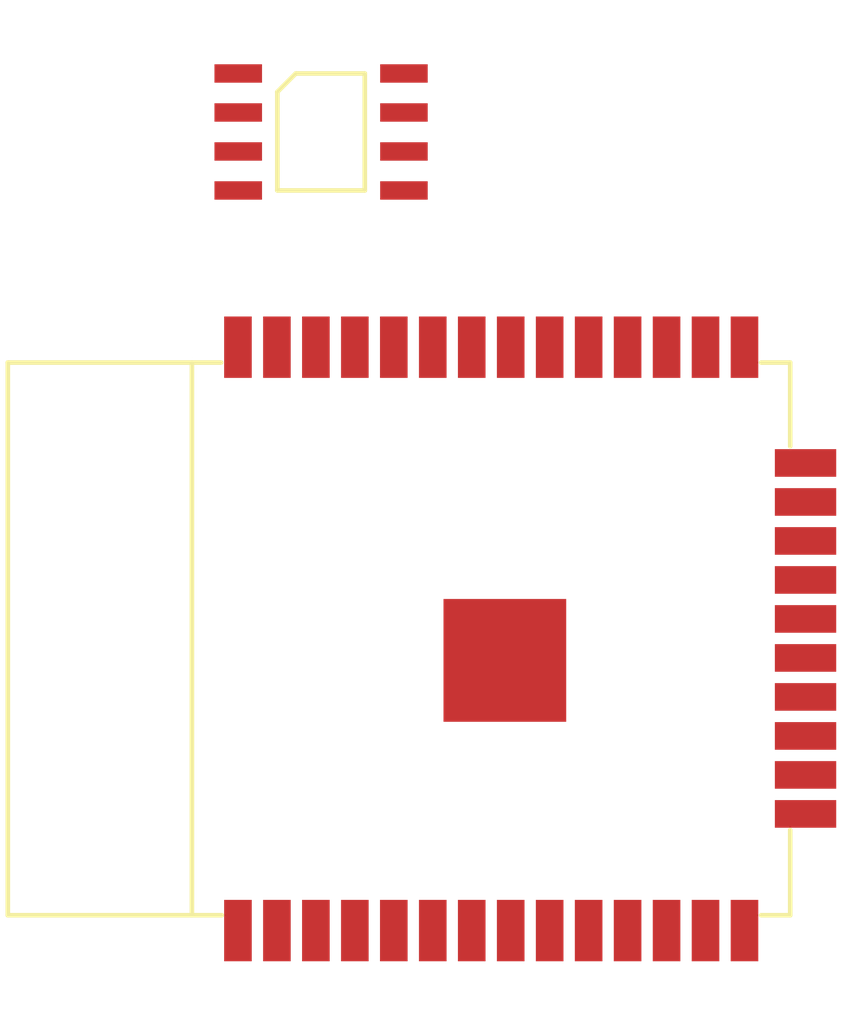
<source format=kicad_pcb>
(kicad_pcb (version 20171130) (host pcbnew "(5.0.2)-1")

  (general
    (thickness 1.6)
    (drawings 0)
    (tracks 0)
    (zones 0)
    (modules 2)
    (nets 46)
  )

  (page A4)
  (layers
    (0 F.Cu signal)
    (31 B.Cu signal)
    (32 B.Adhes user)
    (33 F.Adhes user)
    (34 B.Paste user)
    (35 F.Paste user)
    (36 B.SilkS user)
    (37 F.SilkS user)
    (38 B.Mask user)
    (39 F.Mask user)
    (40 Dwgs.User user)
    (41 Cmts.User user)
    (42 Eco1.User user)
    (43 Eco2.User user)
    (44 Edge.Cuts user)
    (45 Margin user)
    (46 B.CrtYd user)
    (47 F.CrtYd user)
    (48 B.Fab user)
    (49 F.Fab user)
  )

  (setup
    (last_trace_width 0.25)
    (trace_clearance 0.2)
    (zone_clearance 0.508)
    (zone_45_only no)
    (trace_min 0.2)
    (segment_width 0.2)
    (edge_width 0.15)
    (via_size 0.8)
    (via_drill 0.4)
    (via_min_size 0.4)
    (via_min_drill 0.3)
    (uvia_size 0.3)
    (uvia_drill 0.1)
    (uvias_allowed no)
    (uvia_min_size 0.2)
    (uvia_min_drill 0.1)
    (pcb_text_width 0.3)
    (pcb_text_size 1.5 1.5)
    (mod_edge_width 0.15)
    (mod_text_size 1 1)
    (mod_text_width 0.15)
    (pad_size 1.524 1.524)
    (pad_drill 0.762)
    (pad_to_mask_clearance 0.051)
    (solder_mask_min_width 0.25)
    (aux_axis_origin 0 0)
    (visible_elements FFFFFF7F)
    (pcbplotparams
      (layerselection 0x010fc_ffffffff)
      (usegerberextensions false)
      (usegerberattributes false)
      (usegerberadvancedattributes false)
      (creategerberjobfile false)
      (excludeedgelayer true)
      (linewidth 0.100000)
      (plotframeref false)
      (viasonmask false)
      (mode 1)
      (useauxorigin false)
      (hpglpennumber 1)
      (hpglpenspeed 20)
      (hpglpendiameter 15.000000)
      (psnegative false)
      (psa4output false)
      (plotreference true)
      (plotvalue true)
      (plotinvisibletext false)
      (padsonsilk false)
      (subtractmaskfromsilk false)
      (outputformat 1)
      (mirror false)
      (drillshape 1)
      (scaleselection 1)
      (outputdirectory ""))
  )

  (net 0 "")
  (net 1 "Net-(IC1-Pad1)")
  (net 2 "Net-(IC1-Pad15)")
  (net 3 "Net-(IC1-Pad2)")
  (net 4 "Net-(IC1-Pad3)")
  (net 5 "Net-(IC1-Pad4)")
  (net 6 "Net-(IC1-Pad5)")
  (net 7 "Net-(IC1-Pad6)")
  (net 8 "Net-(IC1-Pad7)")
  (net 9 "Net-(IC1-Pad8)")
  (net 10 "Net-(IC1-Pad9)")
  (net 11 "Net-(IC1-Pad10)")
  (net 12 "Net-(IC1-Pad11)")
  (net 13 "Net-(IC1-Pad12)")
  (net 14 SPI_CLOCK)
  (net 15 "Net-(IC1-Pad14)")
  (net 16 SD_CABLE_SELECT)
  (net 17 "Net-(IC1-Pad17)")
  (net 18 "Net-(IC1-Pad18)")
  (net 19 "Net-(IC1-Pad19)")
  (net 20 "Net-(IC1-Pad20)")
  (net 21 "Net-(IC1-Pad21)")
  (net 22 "Net-(IC1-Pad22)")
  (net 23 SPI_MOSI)
  (net 24 SPI_MISO)
  (net 25 "Net-(IC1-Pad25)")
  (net 26 "Net-(IC1-Pad26)")
  (net 27 "Net-(IC1-Pad27)")
  (net 28 "Net-(IC1-Pad28)")
  (net 29 "Net-(IC1-Pad29)")
  (net 30 "Net-(IC1-Pad30)")
  (net 31 "Net-(IC1-Pad31)")
  (net 32 "Net-(IC1-Pad32)")
  (net 33 WIRE_CLOCK)
  (net 34 "Net-(IC1-Pad34)")
  (net 35 "Net-(IC1-Pad35)")
  (net 36 WIRE_DATA)
  (net 37 "Net-(IC1-Pad37)")
  (net 38 "Net-(IC1-Pad38)")
  (net 39 "Net-(IC1-Pad39)")
  (net 40 "Net-(IC2-Pad1)")
  (net 41 "Net-(IC2-Pad2)")
  (net 42 "Net-(IC2-Pad3)")
  (net 43 "Net-(IC2-Pad4)")
  (net 44 GND)
  (net 45 "Net-(IC2-Pad6)")

  (net_class Default "This is the default net class."
    (clearance 0.2)
    (trace_width 0.25)
    (via_dia 0.8)
    (via_drill 0.4)
    (uvia_dia 0.3)
    (uvia_drill 0.1)
    (add_net GND)
    (add_net "Net-(IC1-Pad1)")
    (add_net "Net-(IC1-Pad10)")
    (add_net "Net-(IC1-Pad11)")
    (add_net "Net-(IC1-Pad12)")
    (add_net "Net-(IC1-Pad14)")
    (add_net "Net-(IC1-Pad15)")
    (add_net "Net-(IC1-Pad17)")
    (add_net "Net-(IC1-Pad18)")
    (add_net "Net-(IC1-Pad19)")
    (add_net "Net-(IC1-Pad2)")
    (add_net "Net-(IC1-Pad20)")
    (add_net "Net-(IC1-Pad21)")
    (add_net "Net-(IC1-Pad22)")
    (add_net "Net-(IC1-Pad25)")
    (add_net "Net-(IC1-Pad26)")
    (add_net "Net-(IC1-Pad27)")
    (add_net "Net-(IC1-Pad28)")
    (add_net "Net-(IC1-Pad29)")
    (add_net "Net-(IC1-Pad3)")
    (add_net "Net-(IC1-Pad30)")
    (add_net "Net-(IC1-Pad31)")
    (add_net "Net-(IC1-Pad32)")
    (add_net "Net-(IC1-Pad34)")
    (add_net "Net-(IC1-Pad35)")
    (add_net "Net-(IC1-Pad37)")
    (add_net "Net-(IC1-Pad38)")
    (add_net "Net-(IC1-Pad39)")
    (add_net "Net-(IC1-Pad4)")
    (add_net "Net-(IC1-Pad5)")
    (add_net "Net-(IC1-Pad6)")
    (add_net "Net-(IC1-Pad7)")
    (add_net "Net-(IC1-Pad8)")
    (add_net "Net-(IC1-Pad9)")
    (add_net "Net-(IC2-Pad1)")
    (add_net "Net-(IC2-Pad2)")
    (add_net "Net-(IC2-Pad3)")
    (add_net "Net-(IC2-Pad4)")
    (add_net "Net-(IC2-Pad6)")
    (add_net SD_CABLE_SELECT)
    (add_net SPI_CLOCK)
    (add_net SPI_MISO)
    (add_net SPI_MOSI)
    (add_net WIRE_CLOCK)
    (add_net WIRE_DATA)
  )

  (module agg:ESP-WROOM-32 (layer F.Cu) (tedit 5912E547) (tstamp 5C2C29CB)
    (at 36.83 50.8)
    (path /5C2BE017)
    (attr smd)
    (fp_text reference IC1 (at 0 -11.525) (layer F.Fab)
      (effects (font (size 1 1) (thickness 0.15)))
    )
    (fp_text value ESP-WROOM-32 (at 0 11.7) (layer F.Fab)
      (effects (font (size 1 1) (thickness 0.15)))
    )
    (fp_line (start -12.75 -9) (end -12.75 9) (layer F.SilkS) (width 0.15))
    (fp_line (start -5.8 -9) (end -12.75 -9) (layer F.SilkS) (width 0.15))
    (fp_line (start 12.75 9) (end 12.75 6.225) (layer F.SilkS) (width 0.15))
    (fp_line (start -12.75 9) (end -5.775 9) (layer F.SilkS) (width 0.15))
    (fp_line (start -6.75 9) (end -6.75 -9) (layer F.SilkS) (width 0.15))
    (fp_line (start -13 -10.75) (end 14.5 -10.75) (layer F.CrtYd) (width 0.01))
    (fp_line (start 14.5 -10.75) (end 14.5 10.75) (layer F.CrtYd) (width 0.01))
    (fp_line (start 14.5 10.75) (end -13 10.75) (layer F.CrtYd) (width 0.01))
    (fp_line (start -13 10.75) (end -13 -10.75) (layer F.CrtYd) (width 0.01))
    (fp_line (start 12.75 9) (end 12.75 -9) (layer F.Fab) (width 0.01))
    (fp_line (start -6.75 9) (end -6.75 -9) (layer F.Fab) (width 0.01))
    (fp_line (start -12.75 9) (end 12.75 9) (layer F.Fab) (width 0.01))
    (fp_line (start -12.75 -9) (end -12.75 9) (layer F.Fab) (width 0.01))
    (fp_line (start 12.75 -9) (end -12.75 -9) (layer F.Fab) (width 0.01))
    (fp_text user Antenna (at -10 0 90) (layer F.Fab)
      (effects (font (size 1 1) (thickness 0.15)))
    )
    (fp_line (start 11.8 -9) (end 12.75 -9) (layer F.SilkS) (width 0.15))
    (fp_line (start 12.75 -9) (end 12.75 -6.275) (layer F.SilkS) (width 0.15))
    (fp_line (start 11.8 9) (end 12.75 9) (layer F.SilkS) (width 0.15))
    (pad 1 smd rect (at -5.25 9) (size 0.9 2) (drill (offset 0 0.5)) (layers F.Cu F.Paste F.Mask)
      (net 1 "Net-(IC1-Pad1)"))
    (pad 15 smd rect (at 12.75 5.7 90) (size 0.9 2) (drill (offset 0 0.5)) (layers F.Cu F.Paste F.Mask)
      (net 2 "Net-(IC1-Pad15)"))
    (pad 2 smd rect (at -3.98 9) (size 0.9 2) (drill (offset 0 0.5)) (layers F.Cu F.Paste F.Mask)
      (net 3 "Net-(IC1-Pad2)"))
    (pad 3 smd rect (at -2.71 9) (size 0.9 2) (drill (offset 0 0.5)) (layers F.Cu F.Paste F.Mask)
      (net 4 "Net-(IC1-Pad3)"))
    (pad 4 smd rect (at -1.44 9) (size 0.9 2) (drill (offset 0 0.5)) (layers F.Cu F.Paste F.Mask)
      (net 5 "Net-(IC1-Pad4)"))
    (pad 5 smd rect (at -0.17 9) (size 0.9 2) (drill (offset 0 0.5)) (layers F.Cu F.Paste F.Mask)
      (net 6 "Net-(IC1-Pad5)"))
    (pad 6 smd rect (at 1.1 9) (size 0.9 2) (drill (offset 0 0.5)) (layers F.Cu F.Paste F.Mask)
      (net 7 "Net-(IC1-Pad6)"))
    (pad 7 smd rect (at 2.37 9) (size 0.9 2) (drill (offset 0 0.5)) (layers F.Cu F.Paste F.Mask)
      (net 8 "Net-(IC1-Pad7)"))
    (pad 8 smd rect (at 3.64 9) (size 0.9 2) (drill (offset 0 0.5)) (layers F.Cu F.Paste F.Mask)
      (net 9 "Net-(IC1-Pad8)"))
    (pad 9 smd rect (at 4.91 9) (size 0.9 2) (drill (offset 0 0.5)) (layers F.Cu F.Paste F.Mask)
      (net 10 "Net-(IC1-Pad9)"))
    (pad 10 smd rect (at 6.18 9) (size 0.9 2) (drill (offset 0 0.5)) (layers F.Cu F.Paste F.Mask)
      (net 11 "Net-(IC1-Pad10)"))
    (pad 11 smd rect (at 7.45 9) (size 0.9 2) (drill (offset 0 0.5)) (layers F.Cu F.Paste F.Mask)
      (net 12 "Net-(IC1-Pad11)"))
    (pad 12 smd rect (at 8.72 9) (size 0.9 2) (drill (offset 0 0.5)) (layers F.Cu F.Paste F.Mask)
      (net 13 "Net-(IC1-Pad12)"))
    (pad 13 smd rect (at 9.99 9) (size 0.9 2) (drill (offset 0 0.5)) (layers F.Cu F.Paste F.Mask)
      (net 14 SPI_CLOCK))
    (pad 14 smd rect (at 11.26 9) (size 0.9 2) (drill (offset 0 0.5)) (layers F.Cu F.Paste F.Mask)
      (net 15 "Net-(IC1-Pad14)"))
    (pad 16 smd rect (at 12.75 4.43 90) (size 0.9 2) (drill (offset 0 0.5)) (layers F.Cu F.Paste F.Mask)
      (net 16 SD_CABLE_SELECT))
    (pad 17 smd rect (at 12.75 3.16 90) (size 0.9 2) (drill (offset 0 0.5)) (layers F.Cu F.Paste F.Mask)
      (net 17 "Net-(IC1-Pad17)"))
    (pad 18 smd rect (at 12.75 1.89 90) (size 0.9 2) (drill (offset 0 0.5)) (layers F.Cu F.Paste F.Mask)
      (net 18 "Net-(IC1-Pad18)"))
    (pad 19 smd rect (at 12.75 0.62 90) (size 0.9 2) (drill (offset 0 0.5)) (layers F.Cu F.Paste F.Mask)
      (net 19 "Net-(IC1-Pad19)"))
    (pad 20 smd rect (at 12.75 -0.65 90) (size 0.9 2) (drill (offset 0 0.5)) (layers F.Cu F.Paste F.Mask)
      (net 20 "Net-(IC1-Pad20)"))
    (pad 21 smd rect (at 12.75 -1.92 90) (size 0.9 2) (drill (offset 0 0.5)) (layers F.Cu F.Paste F.Mask)
      (net 21 "Net-(IC1-Pad21)"))
    (pad 22 smd rect (at 12.75 -3.19 90) (size 0.9 2) (drill (offset 0 0.5)) (layers F.Cu F.Paste F.Mask)
      (net 22 "Net-(IC1-Pad22)"))
    (pad 23 smd rect (at 12.75 -4.46 90) (size 0.9 2) (drill (offset 0 0.5)) (layers F.Cu F.Paste F.Mask)
      (net 23 SPI_MOSI))
    (pad 24 smd rect (at 12.75 -5.73 90) (size 0.9 2) (drill (offset 0 0.5)) (layers F.Cu F.Paste F.Mask)
      (net 24 SPI_MISO))
    (pad 25 smd rect (at 11.26 -9 180) (size 0.9 2) (drill (offset 0 0.5)) (layers F.Cu F.Paste F.Mask)
      (net 25 "Net-(IC1-Pad25)"))
    (pad 26 smd rect (at 9.99 -9 180) (size 0.9 2) (drill (offset 0 0.5)) (layers F.Cu F.Paste F.Mask)
      (net 26 "Net-(IC1-Pad26)"))
    (pad 27 smd rect (at 8.72 -9 180) (size 0.9 2) (drill (offset 0 0.5)) (layers F.Cu F.Paste F.Mask)
      (net 27 "Net-(IC1-Pad27)"))
    (pad 28 smd rect (at 7.45 -9 180) (size 0.9 2) (drill (offset 0 0.5)) (layers F.Cu F.Paste F.Mask)
      (net 28 "Net-(IC1-Pad28)"))
    (pad 29 smd rect (at 6.18 -9 180) (size 0.9 2) (drill (offset 0 0.5)) (layers F.Cu F.Paste F.Mask)
      (net 29 "Net-(IC1-Pad29)"))
    (pad 30 smd rect (at 4.91 -9 180) (size 0.9 2) (drill (offset 0 0.5)) (layers F.Cu F.Paste F.Mask)
      (net 30 "Net-(IC1-Pad30)"))
    (pad 31 smd rect (at 3.64 -9 180) (size 0.9 2) (drill (offset 0 0.5)) (layers F.Cu F.Paste F.Mask)
      (net 31 "Net-(IC1-Pad31)"))
    (pad 32 smd rect (at 2.37 -9 180) (size 0.9 2) (drill (offset 0 0.5)) (layers F.Cu F.Paste F.Mask)
      (net 32 "Net-(IC1-Pad32)"))
    (pad 33 smd rect (at 1.1 -9 180) (size 0.9 2) (drill (offset 0 0.5)) (layers F.Cu F.Paste F.Mask)
      (net 33 WIRE_CLOCK))
    (pad 34 smd rect (at -0.17 -9 180) (size 0.9 2) (drill (offset 0 0.5)) (layers F.Cu F.Paste F.Mask)
      (net 34 "Net-(IC1-Pad34)"))
    (pad 35 smd rect (at -1.44 -9 180) (size 0.9 2) (drill (offset 0 0.5)) (layers F.Cu F.Paste F.Mask)
      (net 35 "Net-(IC1-Pad35)"))
    (pad 36 smd rect (at -2.71 -9 180) (size 0.9 2) (drill (offset 0 0.5)) (layers F.Cu F.Paste F.Mask)
      (net 36 WIRE_DATA))
    (pad 37 smd rect (at -3.98 -9 180) (size 0.9 2) (drill (offset 0 0.5)) (layers F.Cu F.Paste F.Mask)
      (net 37 "Net-(IC1-Pad37)"))
    (pad 38 smd rect (at -5.25 -9 180) (size 0.9 2) (drill (offset 0 0.5)) (layers F.Cu F.Paste F.Mask)
      (net 38 "Net-(IC1-Pad38)"))
    (pad 39 smd rect (at 3.45 1.2 180) (size 4 4) (drill (offset 0 0.5)) (layers F.Cu F.Paste F.Mask)
      (net 39 "Net-(IC1-Pad39)"))
  )

  (module agg:SOIC-8 (layer F.Cu) (tedit 57656747) (tstamp 5C2C2A74)
    (at 34.29 34.29)
    (path /5C2BCD3E)
    (fp_text reference IC2 (at 0 -3.45) (layer F.Fab)
      (effects (font (size 1 1) (thickness 0.15)))
    )
    (fp_text value DS3231MZ (at 0 3.45) (layer F.Fab)
      (effects (font (size 1 1) (thickness 0.15)))
    )
    (fp_line (start -2 -2.5) (end 2 -2.5) (layer F.Fab) (width 0.01))
    (fp_line (start 2 -2.5) (end 2 2.5) (layer F.Fab) (width 0.01))
    (fp_line (start 2 2.5) (end -2 2.5) (layer F.Fab) (width 0.01))
    (fp_line (start -2 2.5) (end -2 -2.5) (layer F.Fab) (width 0.01))
    (fp_circle (center -1.2 -1.7) (end -1.2 -1.3) (layer F.Fab) (width 0.01))
    (fp_line (start -3.1 -2.155) (end -2 -2.155) (layer F.Fab) (width 0.01))
    (fp_line (start -2 -1.655) (end -3.1 -1.655) (layer F.Fab) (width 0.01))
    (fp_line (start -3.1 -1.655) (end -3.1 -2.155) (layer F.Fab) (width 0.01))
    (fp_line (start -3.1 -0.885) (end -2 -0.885) (layer F.Fab) (width 0.01))
    (fp_line (start -2 -0.385) (end -3.1 -0.385) (layer F.Fab) (width 0.01))
    (fp_line (start -3.1 -0.385) (end -3.1 -0.885) (layer F.Fab) (width 0.01))
    (fp_line (start -3.1 0.385) (end -2 0.385) (layer F.Fab) (width 0.01))
    (fp_line (start -2 0.885) (end -3.1 0.885) (layer F.Fab) (width 0.01))
    (fp_line (start -3.1 0.885) (end -3.1 0.385) (layer F.Fab) (width 0.01))
    (fp_line (start -3.1 1.655) (end -2 1.655) (layer F.Fab) (width 0.01))
    (fp_line (start -2 2.155) (end -3.1 2.155) (layer F.Fab) (width 0.01))
    (fp_line (start -3.1 2.155) (end -3.1 1.655) (layer F.Fab) (width 0.01))
    (fp_line (start 2 1.655) (end 3.1 1.655) (layer F.Fab) (width 0.01))
    (fp_line (start 3.1 1.655) (end 3.1 2.155) (layer F.Fab) (width 0.01))
    (fp_line (start 3.1 2.155) (end 2 2.155) (layer F.Fab) (width 0.01))
    (fp_line (start 2 0.385) (end 3.1 0.385) (layer F.Fab) (width 0.01))
    (fp_line (start 3.1 0.385) (end 3.1 0.885) (layer F.Fab) (width 0.01))
    (fp_line (start 3.1 0.885) (end 2 0.885) (layer F.Fab) (width 0.01))
    (fp_line (start 2 -0.885) (end 3.1 -0.885) (layer F.Fab) (width 0.01))
    (fp_line (start 3.1 -0.885) (end 3.1 -0.385) (layer F.Fab) (width 0.01))
    (fp_line (start 3.1 -0.385) (end 2 -0.385) (layer F.Fab) (width 0.01))
    (fp_line (start 2 -2.155) (end 3.1 -2.155) (layer F.Fab) (width 0.01))
    (fp_line (start 3.1 -2.155) (end 3.1 -1.655) (layer F.Fab) (width 0.01))
    (fp_line (start 3.1 -1.655) (end 2 -1.655) (layer F.Fab) (width 0.01))
    (fp_line (start -0.825 -1.905) (end 1.425 -1.905) (layer F.SilkS) (width 0.15))
    (fp_line (start 1.425 -1.905) (end 1.425 1.905) (layer F.SilkS) (width 0.15))
    (fp_line (start 1.425 1.905) (end -1.425 1.905) (layer F.SilkS) (width 0.15))
    (fp_line (start -1.425 1.905) (end -1.425 -1.305) (layer F.SilkS) (width 0.15))
    (fp_line (start -1.425 -1.305) (end -0.825 -1.905) (layer F.SilkS) (width 0.15))
    (fp_line (start -3.75 -2.75) (end 3.75 -2.75) (layer F.CrtYd) (width 0.01))
    (fp_line (start 3.75 -2.75) (end 3.75 2.75) (layer F.CrtYd) (width 0.01))
    (fp_line (start 3.75 2.75) (end -3.75 2.75) (layer F.CrtYd) (width 0.01))
    (fp_line (start -3.75 2.75) (end -3.75 -2.75) (layer F.CrtYd) (width 0.01))
    (pad 1 smd rect (at -2.7 -1.905) (size 1.55 0.6) (layers F.Cu F.Paste F.Mask)
      (net 40 "Net-(IC2-Pad1)"))
    (pad 2 smd rect (at -2.7 -0.635) (size 1.55 0.6) (layers F.Cu F.Paste F.Mask)
      (net 41 "Net-(IC2-Pad2)"))
    (pad 3 smd rect (at -2.7 0.635) (size 1.55 0.6) (layers F.Cu F.Paste F.Mask)
      (net 42 "Net-(IC2-Pad3)"))
    (pad 4 smd rect (at -2.7 1.905) (size 1.55 0.6) (layers F.Cu F.Paste F.Mask)
      (net 43 "Net-(IC2-Pad4)"))
    (pad 5 smd rect (at 2.7 1.905) (size 1.55 0.6) (layers F.Cu F.Paste F.Mask)
      (net 44 GND))
    (pad 6 smd rect (at 2.7 0.635) (size 1.55 0.6) (layers F.Cu F.Paste F.Mask)
      (net 45 "Net-(IC2-Pad6)"))
    (pad 7 smd rect (at 2.7 -0.635) (size 1.55 0.6) (layers F.Cu F.Paste F.Mask)
      (net 36 WIRE_DATA))
    (pad 8 smd rect (at 2.7 -1.905) (size 1.55 0.6) (layers F.Cu F.Paste F.Mask)
      (net 33 WIRE_CLOCK))
    (model ${KISYS3DMOD}/Housings_SOIC.3dshapes/SOIC-8_3.9x4.9mm_Pitch1.27mm.wrl
      (at (xyz 0 0 0))
      (scale (xyz 1 1 1))
      (rotate (xyz 0 0 0))
    )
  )

)

</source>
